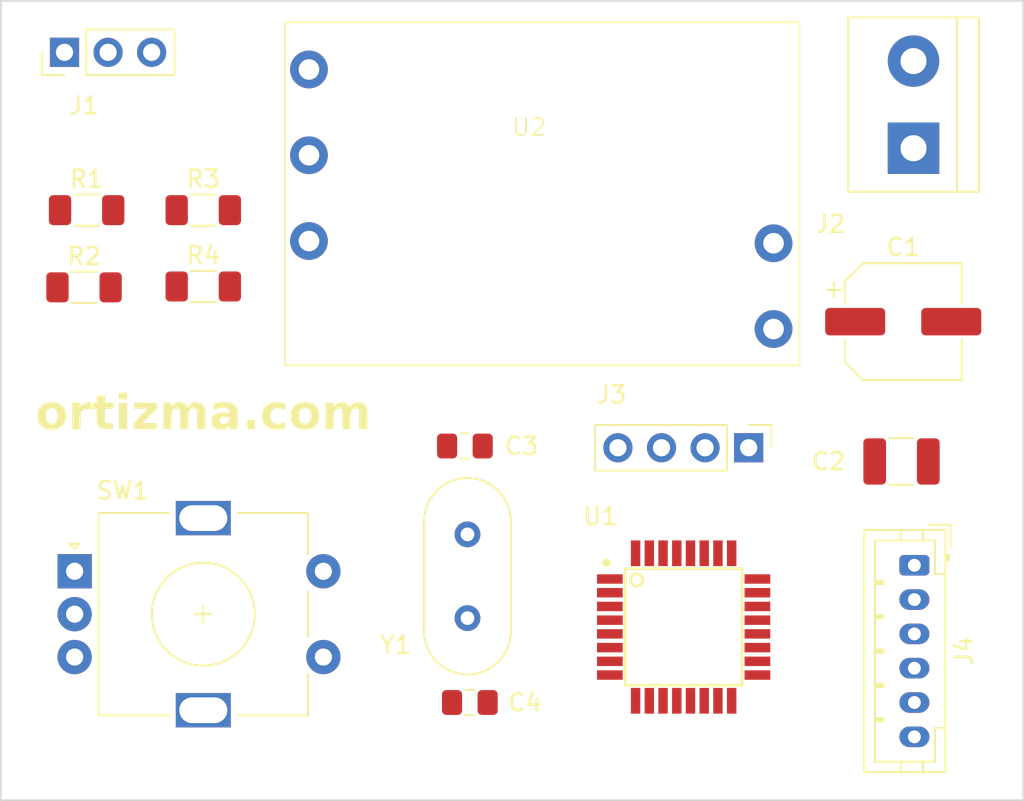
<source format=kicad_pcb>
(kicad_pcb (version 20221018) (generator pcbnew)
  (layers (0 "F.Cu" signal) (31 "B.Cu" signal) (34 "B.Paste" user) (35 "F.Paste" user) (36 "B.SilkS" user "B.Silkscreen") (37 "F.SilkS" user "F.Silkscreen") (38 "B.Mask" user) (39 "F.Mask" user) (44 "Edge.Cuts" user))
  (net 0 "")
  (net 1 "Net-(J2-AC_P)")
  (net 2 "Net-(J2-AC_N)")
  (net 3 "/PD3")
  (net 4 "/PD4")
  (net 5 "GND")
  (net 6 "/PD5")
  (net 7 "/RESET")
  (net 8 "+5V")
  (net 9 "Net-(U1-PB7)")
  (net 10 "Net-(U1-PB6)")
  (net 11 "VCC")
  (net 12 "/TX")
  (net 13 "/RX")
  (net 14 "/SCK")
  (net 15 "/MISO")
  (net 16 "/MOSI")
  (net 17 "/PD2")
  (footprint "Resistor_SMD:R_1206_3216Metric_Pad1.30x1.75mm_HandSolder" (layer "F.Cu") (at 96.1 54.8)
    (fp_text reference "R4" (at 0 -1.82) (layer "F.SilkS"))
    (fp_text value "10K" hide)
    (fp_line (start -0.727064 -0.91) (end 0.727064 -0.91) (stroke (width 0.12)) (layer "F.SilkS"))
    (fp_line (start -0.727064 0.91) (end 0.727064 0.91) (stroke (width 0.12)) (layer "F.SilkS"))
    (pad "1" smd roundrect (at -1.55 0) (size 1.3 1.75) (layers "F.Cu" "F.Paste" "F.Mask") (roundrect_rratio 0.192308) (net 8 "+5V"))
    (pad "2" smd roundrect (at 1.55 0) (size 1.3 1.75) (layers "F.Cu" "F.Paste" "F.Mask") (roundrect_rratio 0.192308) (net 6 "/PD5"))
  )
  (footprint "Connector_PinHeader_2.54mm:PinHeader_1x04_P2.54mm_Vertical" (layer "F.Cu") (at 127.89 64.2 -90)
    (fp_text reference "J3" (at -3.1 7.99 -180) (layer "F.SilkS"))
    (fp_text value "SERIAL")
    (fp_line (start -1.33 -1.33) (end 0 -1.33) (stroke (width 0.12)) (layer "F.SilkS"))
    (fp_line (start -1.33 0) (end -1.33 -1.33) (stroke (width 0.12)) (layer "F.SilkS"))
    (fp_line (start -1.33 1.27) (end -1.33 8.95) (stroke (width 0.12)) (layer "F.SilkS"))
    (fp_line (start -1.33 1.27) (end 1.33 1.27) (stroke (width 0.12)) (layer "F.SilkS"))
    (fp_line (start -1.33 8.95) (end 1.33 8.95) (stroke (width 0.12)) (layer "F.SilkS"))
    (fp_line (start 1.33 1.27) (end 1.33 8.95) (stroke (width 0.12)) (layer "F.SilkS"))
    (pad "1" thru_hole rect (at 0 0 270) (size 1.7 1.7) (drill 1) (layers "*.Cu" "*.Mask") (net 11 "VCC"))
    (pad "2" thru_hole oval (at 0 2.54 270) (size 1.7 1.7) (drill 1) (layers "*.Cu" "*.Mask") (net 5 "GND"))
    (pad "3" thru_hole oval (at 0 5.08 270) (size 1.7 1.7) (drill 1) (layers "*.Cu" "*.Mask") (net 12 "/TX"))
    (pad "4" thru_hole oval (at 0 7.62 270) (size 1.7 1.7) (drill 1) (layers "*.Cu" "*.Mask") (net 13 "/RX"))
  )
  (footprint "Resistor_SMD:R_1206_3216Metric_Pad1.30x1.75mm_HandSolder" (layer "F.Cu") (at 89.3 50.35)
    (fp_text reference "R1" (at 0 -1.82) (layer "F.SilkS"))
    (fp_text value "10K" hide)
    (fp_line (start -0.727064 -0.91) (end 0.727064 -0.91) (stroke (width 0.12)) (layer "F.SilkS"))
    (fp_line (start -0.727064 0.91) (end 0.727064 0.91) (stroke (width 0.12)) (layer "F.SilkS"))
    (pad "1" smd roundrect (at -1.55 0) (size 1.3 1.75) (layers "F.Cu" "F.Paste" "F.Mask") (roundrect_rratio 0.192308) (net 7 "/RESET"))
    (pad "2" smd roundrect (at 1.55 0) (size 1.3 1.75) (layers "F.Cu" "F.Paste" "F.Mask") (roundrect_rratio 0.192308) (net 8 "+5V"))
  )
  (footprint "Capacitor_SMD:CP_Elec_6.3x4.9" (layer "F.Cu") (at 136.9 56.85)
    (fp_text reference "C1" (at 0 -4.35) (layer "F.SilkS"))
    (fp_text value "10uF")
    (fp_line (start -4.4375 -1.8475) (end -3.65 -1.8475) (stroke (width 0.12)) (layer "F.SilkS"))
    (fp_line (start -4.04375 -2.24125) (end -4.04375 -1.45375) (stroke (width 0.12)) (layer "F.SilkS"))
    (fp_line (start -3.41 -2.345563) (end -3.41 -1.06) (stroke (width 0.12)) (layer "F.SilkS"))
    (fp_line (start -3.41 -2.345563) (end -2.345563 -3.41) (stroke (width 0.12)) (layer "F.SilkS"))
    (fp_line (start -3.41 2.345563) (end -3.41 1.06) (stroke (width 0.12)) (layer "F.SilkS"))
    (fp_line (start -3.41 2.345563) (end -2.345563 3.41) (stroke (width 0.12)) (layer "F.SilkS"))
    (fp_line (start -2.345563 -3.41) (end 3.41 -3.41) (stroke (width 0.12)) (layer "F.SilkS"))
    (fp_line (start -2.345563 3.41) (end 3.41 3.41) (stroke (width 0.12)) (layer "F.SilkS"))
    (fp_line (start 3.41 -3.41) (end 3.41 -1.06) (stroke (width 0.12)) (layer "F.SilkS"))
    (fp_line (start 3.41 3.41) (end 3.41 1.06) (stroke (width 0.12)) (layer "F.SilkS"))
    (pad "1" smd roundrect (at -2.8 0) (size 3.5 1.6) (layers "F.Cu" "F.Paste" "F.Mask") (roundrect_rratio 0.15625) (net 8 "+5V"))
    (pad "2" smd roundrect (at 2.8 0) (size 3.5 1.6) (layers "F.Cu" "F.Paste" "F.Mask") (roundrect_rratio 0.15625) (net 5 "GND"))
  )
  (footprint "Resistor_SMD:R_1206_3216Metric_Pad1.30x1.75mm_HandSolder" (layer "F.Cu") (at 96.1 50.35)
    (fp_text reference "R3" (at 0 -1.82) (layer "F.SilkS"))
    (fp_text value "10K" hide)
    (fp_line (start -0.727064 -0.91) (end 0.727064 -0.91) (stroke (width 0.12)) (layer "F.SilkS"))
    (fp_line (start -0.727064 0.91) (end 0.727064 0.91) (stroke (width 0.12)) (layer "F.SilkS"))
    (pad "1" smd roundrect (at -1.55 0) (size 1.3 1.75) (layers "F.Cu" "F.Paste" "F.Mask") (roundrect_rratio 0.192308) (net 3 "/PD3"))
    (pad "2" smd roundrect (at 1.55 0) (size 1.3 1.75) (layers "F.Cu" "F.Paste" "F.Mask") (roundrect_rratio 0.192308) (net 8 "+5V"))
  )
  (footprint "AA_Footprints:Atmega328p-TQFP" (layer "F.Cu") (at 124.1 74.65)
    (fp_text reference "U1" (at -4.85 -6.45) (layer "F.SilkS"))
    (fp_text value "ATMEGA328P-AU")
    (fp_line (start -3.4 -3.4) (end 3.4 -3.4) (stroke (width 0.1524)) (layer "F.SilkS"))
    (fp_line (start -3.4 3.4) (end -3.4 -3.4) (stroke (width 0.1524)) (layer "F.SilkS"))
    (fp_line (start 3.4 -3.4) (end 3.4 3.4) (stroke (width 0.1524)) (layer "F.SilkS"))
    (fp_line (start 3.4 3.4) (end -3.4 3.4) (stroke (width 0.1524)) (layer "F.SilkS"))
    (fp_circle (center -4.5 -3.75) (end -4.246 -3.75) (fill solid) (layer "F.SilkS"))
    (fp_circle (center -2.7432 -2.7432) (end -2.384 -2.7432) (stroke (width 0.1524)) (fill none) (layer "F.SilkS"))
    (pad "1" smd rect (at -4.3 -2.8) (size 1.5 0.55) (layers "F.Cu" "F.Paste" "F.Mask") (net 3 "/PD3"))
    (pad "2" smd rect (at -4.3 -2) (size 1.5 0.55) (layers "F.Cu" "F.Paste" "F.Mask") (net 4 "/PD4"))
    (pad "3" smd rect (at -4.3 -1.2) (size 1.5 0.55) (layers "F.Cu" "F.Paste" "F.Mask") (net 5 "GND"))
    (pad "4" smd rect (at -4.3 -0.4) (size 1.5 0.55) (layers "F.Cu" "F.Paste" "F.Mask") (net 8 "+5V"))
    (pad "5" smd rect (at -4.3 0.4) (size 1.5 0.55) (layers "F.Cu" "F.Paste" "F.Mask") (net 5 "GND"))
    (pad "6" smd rect (at -4.3 1.2) (size 1.5 0.55) (layers "F.Cu" "F.Paste" "F.Mask") (net 8 "+5V"))
    (pad "7" smd rect (at -4.3 2) (size 1.5 0.55) (layers "F.Cu" "F.Paste" "F.Mask") (net 10 "Net-(U1-PB6)"))
    (pad "8" smd rect (at -4.3 2.8) (size 1.5 0.55) (layers "F.Cu" "F.Paste" "F.Mask") (net 9 "Net-(U1-PB7)"))
    (pad "9" smd rect (at -2.8 4.3) (size 0.55 1.5) (layers "F.Cu" "F.Paste" "F.Mask") (net 6 "/PD5"))
    (pad "10" smd rect (at -2 4.3) (size 0.55 1.5) (layers "F.Cu" "F.Paste" "F.Mask"))
    (pad "11" smd rect (at -1.2 4.3) (size 0.55 1.5) (layers "F.Cu" "F.Paste" "F.Mask"))
    (pad "12" smd rect (at -0.4 4.3) (size 0.55 1.5) (layers "F.Cu" "F.Paste" "F.Mask"))
    (pad "13" smd rect (at 0.4 4.3) (size 0.55 1.5) (layers "F.Cu" "F.Paste" "F.Mask"))
    (pad "14" smd rect (at 1.2 4.3) (size 0.55 1.5) (layers "F.Cu" "F.Paste" "F.Mask"))
    (pad "15" smd rect (at 2 4.3) (size 0.55 1.5) (layers "F.Cu" "F.Paste" "F.Mask") (net 16 "/MOSI"))
    (pad "16" smd rect (at 2.8 4.3) (size 0.55 1.5) (layers "F.Cu" "F.Paste" "F.Mask") (net 15 "/MISO"))
    (pad "17" smd rect (at 4.3 2.8) (size 1.5 0.55) (layers "F.Cu" "F.Paste" "F.Mask") (net 14 "/SCK"))
    (pad "18" smd rect (at 4.3 2) (size 1.5 0.55) (layers "F.Cu" "F.Paste" "F.Mask") (net 8 "+5V"))
    (pad "19" smd rect (at 4.3 1.2) (size 1.5 0.55) (layers "F.Cu" "F.Paste" "F.Mask"))
    (pad "20" smd rect (at 4.3 0.4) (size 1.5 0.55) (layers "F.Cu" "F.Paste" "F.Mask"))
    (pad "21" smd rect (at 4.3 -0.4) (size 1.5 0.55) (layers "F.Cu" "F.Paste" "F.Mask") (net 5 "GND"))
    (pad "22" smd rect (at 4.3 -1.2) (size 1.5 0.55) (layers "F.Cu" "F.Paste" "F.Mask"))
    (pad "23" smd rect (at 4.3 -2) (size 1.5 0.55) (layers "F.Cu" "F.Paste" "F.Mask"))
    (pad "24" smd rect (at 4.3 -2.8) (size 1.5 0.55) (layers "F.Cu" "F.Paste" "F.Mask"))
    (pad "25" smd rect (at 2.8 -4.3) (size 0.55 1.5) (layers "F.Cu" "F.Paste" "F.Mask"))
    (pad "26" smd rect (at 2 -4.3) (size 0.55 1.5) (layers "F.Cu" "F.Paste" "F.Mask"))
    (pad "27" smd rect (at 1.2 -4.3) (size 0.55 1.5) (layers "F.Cu" "F.Paste" "F.Mask"))
    (pad "28" smd rect (at 0.4 -4.3) (size 0.55 1.5) (layers "F.Cu" "F.Paste" "F.Mask"))
    (pad "29" smd rect (at -0.4 -4.3) (size 0.55 1.5) (layers "F.Cu" "F.Paste" "F.Mask") (net 7 "/RESET"))
    (pad "30" smd rect (at -1.2 -4.3) (size 0.55 1.5) (layers "F.Cu" "F.Paste" "F.Mask") (net 12 "/TX"))
    (pad "31" smd rect (at -2 -4.3) (size 0.55 1.5) (layers "F.Cu" "F.Paste" "F.Mask") (net 13 "/RX"))
    (pad "32" smd rect (at -2.8 -4.3) (size 0.55 1.5) (layers "F.Cu" "F.Paste" "F.Mask") (net 17 "/PD2"))
  )
  (footprint "AA_Footprints:RotaryEncoder_Alps_EC11E-Switch_Vertical_H20mm" (layer "F.Cu") (at 88.6 71.4)
    (fp_text reference "SW1" (at 2.8 -4.7) (layer "F.SilkS"))
    (fp_text value "RotaryEncoder_Switch")
    (fp_line (start -0.3 -1.6) (end 0.3 -1.6) (stroke (width 0.12)) (layer "F.SilkS"))
    (fp_line (start 0 -1.3) (end -0.3 -1.6) (stroke (width 0.12)) (layer "F.SilkS"))
    (fp_line (start 0.3 -1.6) (end 0 -1.3) (stroke (width 0.12)) (layer "F.SilkS"))
    (fp_line (start 1.4 -3.4) (end 1.4 8.4) (stroke (width 0.12)) (layer "F.SilkS"))
    (fp_line (start 5.5 -3.4) (end 1.4 -3.4) (stroke (width 0.12)) (layer "F.SilkS"))
    (fp_line (start 5.5 8.4) (end 1.4 8.4) (stroke (width 0.12)) (layer "F.SilkS"))
    (fp_line (start 7 2.5) (end 8 2.5) (stroke (width 0.12)) (layer "F.SilkS"))
    (fp_line (start 7.5 2) (end 7.5 3) (stroke (width 0.12)) (layer "F.SilkS"))
    (fp_line (start 9.5 -3.4) (end 13.6 -3.4) (stroke (width 0.12)) (layer "F.SilkS"))
    (fp_line (start 13.6 -3.4) (end 13.6 -1) (stroke (width 0.12)) (layer "F.SilkS"))
    (fp_line (start 13.6 1.2) (end 13.6 3.8) (stroke (width 0.12)) (layer "F.SilkS"))
    (fp_line (start 13.6 6) (end 13.6 8.4) (stroke (width 0.12)) (layer "F.SilkS"))
    (fp_line (start 13.6 8.4) (end 9.5 8.4) (stroke (width 0.12)) (layer "F.SilkS"))
    (fp_circle (center 7.5 2.5) (end 10.5 2.5) (stroke (width 0.12)) (fill none) (layer "F.SilkS"))
    (pad "A" thru_hole rect (at 0 0) (size 2 2) (drill 1) (layers "*.Cu" "*.Mask") (net 3 "/PD3"))
    (pad "B" thru_hole circle (at 0 5) (size 2 2) (drill 1) (layers "*.Cu" "*.Mask") (net 4 "/PD4"))
    (pad "C" thru_hole circle (at 0 2.5) (size 2 2) (drill 1) (layers "*.Cu" "*.Mask") (net 5 "GND"))
    (pad "MP" thru_hole rect (at 7.5 -3.1) (size 3.2 2) (drill oval 2.8 1.5) (layers "*.Cu" "*.Mask"))
    (pad "MP" thru_hole rect (at 7.5 8.1) (size 3.2 2) (drill oval 2.8 1.5) (layers "*.Cu" "*.Mask"))
    (pad "S1" thru_hole circle (at 14.5 5) (size 2 2) (drill 1) (layers "*.Cu" "*.Mask") (net 5 "GND"))
    (pad "S2" thru_hole circle (at 14.5 0) (size 2 2) (drill 1) (layers "*.Cu" "*.Mask") (net 6 "/PD5"))
  )
  (footprint "Connector_JST:JST_PH_B6B-PH-K_1x06_P2.00mm_Vertical" (layer "F.Cu") (at 137.55 71.05 -90)
    (fp_text reference "J4" (at 5 -2.9 90) (layer "F.SilkS"))
    (fp_text value "ICSP")
    (fp_line (start -2.36 -2.11) (end -2.36 -0.86) (stroke (width 0.12)) (layer "F.SilkS"))
    (fp_line (start -2.06 -1.81) (end -2.06 2.91) (stroke (width 0.12)) (layer "F.SilkS"))
    (fp_line (start -2.06 -0.5) (end -1.45 -0.5) (stroke (width 0.12)) (layer "F.SilkS"))
    (fp_line (start -2.06 0.8) (end -1.45 0.8) (stroke (width 0.12)) (layer "F.SilkS"))
    (fp_line (start -2.06 2.91) (end 12.06 2.91) (stroke (width 0.12)) (layer "F.SilkS"))
    (fp_line (start -1.45 -1.2) (end -1.45 2.3) (stroke (width 0.12)) (layer "F.SilkS"))
    (fp_line (start -1.45 2.3) (end 11.45 2.3) (stroke (width 0.12)) (layer "F.SilkS"))
    (fp_line (start -1.11 -2.11) (end -2.36 -2.11) (stroke (width 0.12)) (layer "F.SilkS"))
    (fp_line (start -0.6 -2.01) (end -0.6 -1.81) (stroke (width 0.12)) (layer "F.SilkS"))
    (fp_line (start -0.3 -2.01) (end -0.6 -2.01) (stroke (width 0.12)) (layer "F.SilkS"))
    (fp_line (start -0.3 -1.91) (end -0.6 -1.91) (stroke (width 0.12)) (layer "F.SilkS"))
    (fp_line (start -0.3 -1.81) (end -0.3 -2.01) (stroke (width 0.12)) (layer "F.SilkS"))
    (fp_line (start 0.5 -1.81) (end 0.5 -1.2) (stroke (width 0.12)) (layer "F.SilkS"))
    (fp_line (start 0.5 -1.2) (end -1.45 -1.2) (stroke (width 0.12)) (layer "F.SilkS"))
    (fp_line (start 0.9 1.8) (end 1.1 1.8) (stroke (width 0.12)) (layer "F.SilkS"))
    (fp_line (start 0.9 2.3) (end 0.9 1.8) (stroke (width 0.12)) (layer "F.SilkS"))
    (fp_line (start 1 2.3) (end 1 1.8) (stroke (width 0.12)) (layer "F.SilkS"))
    (fp_line (start 1.1 1.8) (end 1.1 2.3) (stroke (width 0.12)) (layer "F.SilkS"))
    (fp_line (start 2.9 1.8) (end 3.1 1.8) (stroke (width 0.12)) (layer "F.SilkS"))
    (fp_line (start 2.9 2.3) (end 2.9 1.8) (stroke (width 0.12)) (layer "F.SilkS"))
    (fp_line (start 3 2.3) (end 3 1.8) (stroke (width 0.12)) (layer "F.SilkS"))
    (fp_line (start 3.1 1.8) (end 3.1 2.3) (stroke (width 0.12)) (layer "F.SilkS"))
    (fp_line (start 4.9 1.8) (end 5.1 1.8) (stroke (width 0.12)) (layer "F.SilkS"))
    (fp_line (start 4.9 2.3) (end 4.9 1.8) (stroke (width 0.12)) (layer "F.SilkS"))
    (fp_line (start 5 2.3) (end 5 1.8) (stroke (width 0.12)) (layer "F.SilkS"))
    (fp_line (start 5.1 1.8) (end 5.1 2.3) (stroke (width 0.12)) (layer "F.SilkS"))
    (fp_line (start 6.9 1.8) (end 7.1 1.8) (stroke (width 0.12)) (layer "F.SilkS"))
    (fp_line (start 6.9 2.3) (end 6.9 1.8) (stroke (width 0.12)) (layer "F.SilkS"))
    (fp_line (start 7 2.3) (end 7 1.8) (stroke (width 0.12)) (layer "F.SilkS"))
    (fp_line (start 7.1 1.8) (end 7.1 2.3) (stroke (width 0.12)) (layer "F.SilkS"))
    (fp_line (start 8.9 1.8) (end 9.1 1.8) (stroke (width 0.12)) (layer "F.SilkS"))
    (fp_line (start 8.9 2.3) (end 8.9 1.8) (stroke (width 0.12)) (layer "F.SilkS"))
    (fp_line (start 9 2.3) (end 9 1.8) (stroke (width 0.12)) (layer "F.SilkS"))
    (fp_line (start 9.1 1.8) (end 9.1 2.3) (stroke (width 0.12)) (layer "F.SilkS"))
    (fp_line (start 9.5 -1.2) (end 9.5 -1.81) (stroke (width 0.12)) (layer "F.SilkS"))
    (fp_line (start 11.45 -1.2) (end 9.5 -1.2) (stroke (width 0.12)) (layer "F.SilkS"))
    (fp_line (start 11.45 2.3) (end 11.45 -1.2) (stroke (width 0.12)) (layer "F.SilkS"))
    (fp_line (start 12.06 -1.81) (end -2.06 -1.81) (stroke (width 0.12)) (layer "F.SilkS"))
    (fp_line (start 12.06 -0.5) (end 11.45 -0.5) (stroke (width 0.12)) (layer "F.SilkS"))
    (fp_line (start 12.06 0.8) (end 11.45 0.8) (stroke (width 0.12)) (layer "F.SilkS"))
    (fp_line (start 12.06 2.91) (end 12.06 -1.81) (stroke (width 0.12)) (layer "F.SilkS"))
    (pad "1" thru_hole roundrect (at 0 0 270) (size 1.2 1.75) (drill 0.75) (layers "*.Cu" "*.Mask") (roundrect_rratio 0.208333) (net 5 "GND"))
    (pad "2" thru_hole oval (at 2 0 270) (size 1.2 1.75) (drill 0.75) (layers "*.Cu" "*.Mask") (net 11 "VCC"))
    (pad "3" thru_hole oval (at 4 0 270) (size 1.2 1.75) (drill 0.75) (layers "*.Cu" "*.Mask") (net 7 "/RESET"))
    (pad "4" thru_hole oval (at 6 0 270) (size 1.2 1.75) (drill 0.75) (layers "*.Cu" "*.Mask") (net 14 "/SCK"))
    (pad "5" thru_hole oval (at 8 0 270) (size 1.2 1.75) (drill 0.75) (layers "*.Cu" "*.Mask") (net 15 "/MISO"))
    (pad "6" thru_hole oval (at 10 0 270) (size 1.2 1.75) (drill 0.75) (layers "*.Cu" "*.Mask") (net 16 "/MOSI"))
  )
  (footprint "Capacitor_SMD:C_0805_2012Metric_Pad1.18x1.45mm_HandSolder" (layer "F.Cu") (at 111.6375 79.05 180)
    (fp_text reference "C4" (at -3.2125 0) (layer "F.SilkS"))
    (fp_text value "22pF")
    (fp_line (start -0.261252 -0.735) (end 0.261252 -0.735) (stroke (width 0.12)) (layer "F.SilkS"))
    (fp_line (start -0.261252 0.735) (end 0.261252 0.735) (stroke (width 0.12)) (layer "F.SilkS"))
    (pad "1" smd roundrect (at -1.0375 0 180) (size 1.175 1.45) (layers "F.Cu" "F.Paste" "F.Mask") (roundrect_rratio 0.212766) (net 5 "GND"))
    (pad "2" smd roundrect (at 1.0375 0 180) (size 1.175 1.45) (layers "F.Cu" "F.Paste" "F.Mask") (roundrect_rratio 0.212766) (net 9 "Net-(U1-PB7)"))
  )
  (footprint "AA_Footprints:5V07" (layer "F.Cu") (at 115.41 49.56)
    (fp_text reference "U2" (at -0.31 -4.05 unlocked) (layer "F.SilkS") (effects (font (thickness 0.1))))
    (fp_text value "5V07 Transformer")
    (fp_rect (start -14.56 9.84) (end 15.44 -10.16) (stroke (width 0.1)) (fill none) (layer "F.SilkS"))
    (pad "1" thru_hole circle (at 13.93 7.72) (size 2.2 2.2) (drill 1.2) (layers "*.Cu" "*.Mask") (net 1 "Net-(J2-AC_P)"))
    (pad "2" thru_hole circle (at 13.93 2.72) (size 2.2 2.2) (drill 1.2) (layers "*.Cu" "*.Mask") (net 2 "Net-(J2-AC_N)"))
    (pad "3" thru_hole circle (at -13.15 2.59) (size 2.2 2.2) (drill 1.2) (layers "*.Cu" "*.Mask") (net 5 "GND"))
    (pad "4" thru_hole circle (at -13.15 -2.41) (size 2.2 2.2) (drill 1.2) (layers "*.Cu" "*.Mask"))
    (pad "5" thru_hole circle (at -13.15 -7.41) (size 2.2 2.2) (drill 1.2) (layers "*.Cu" "*.Mask") (net 8 "+5V"))
  )
  (footprint "Capacitor_SMD:C_1210_3225Metric_Pad1.33x2.70mm_HandSolder" (layer "F.Cu") (at 136.8 65)
    (fp_text reference "C2" (at -4.25 0) (layer "F.SilkS"))
    (fp_text value "100nF")
    (fp_line (start -0.711252 -1.36) (end 0.711252 -1.36) (stroke (width 0.12)) (layer "F.SilkS"))
    (fp_line (start -0.711252 1.36) (end 0.711252 1.36) (stroke (width 0.12)) (layer "F.SilkS"))
    (pad "1" smd roundrect (at -1.5625 0) (size 1.325 2.7) (layers "F.Cu" "F.Paste" "F.Mask") (roundrect_rratio 0.188679) (net 8 "+5V"))
    (pad "2" smd roundrect (at 1.5625 0) (size 1.325 2.7) (layers "F.Cu" "F.Paste" "F.Mask") (roundrect_rratio 0.188679) (net 5 "GND"))
  )
  (footprint "AA_Footprints:Terminal_KF128-2P" (layer "F.Cu") (at 137.5 46.74 90)
    (fp_text reference "J2" (at -4.41 -4.85 180) (layer "F.SilkS"))
    (fp_text value "AC")
    (fp_line (start -2.54 -3.81) (end -2.54 3.81) (stroke (width 0.12)) (layer "F.SilkS"))
    (fp_line (start -2.54 3.81) (end 7.62 3.81) (stroke (width 0.12)) (layer "F.SilkS"))
    (fp_line (start 7.62 -3.81) (end -2.54 -3.81) (stroke (width 0.12)) (layer "F.SilkS"))
    (fp_line (start 7.62 2.54) (end -2.54 2.54) (stroke (width 0.12)) (layer "F.SilkS"))
    (fp_line (start 7.62 3.81) (end 7.62 -3.81) (stroke (width 0.12)) (layer "F.SilkS"))
    (pad "1" thru_hole rect (at 0 0 90) (size 3 3) (drill 1.52) (layers "*.Cu" "*.Mask") (net 1 "Net-(J2-AC_P)"))
    (pad "2" thru_hole circle (at 5.08 0 90) (size 3 3) (drill 1.52) (layers "*.Cu" "*.Mask") (net 2 "Net-(J2-AC_N)"))
  )
  (footprint "AA_Footprints:RF ASK Emitter" (layer "F.Cu") (at 88.01 41.15 90)
    (fp_text reference "J1" (at -3.1 1.14 180) (layer "F.SilkS"))
    (fp_text value "RF_TX")
    (fp_line (start -1.33 -1.33) (end 0 -1.33) (stroke (width 0.12)) (layer "F.SilkS"))
    (fp_line (start -1.33 0) (end -1.33 -1.33) (stroke (width 0.12)) (layer "F.SilkS"))
    (fp_line (start -1.33 1.27) (end -1.33 6.41) (stroke (width 0.12)) (layer "F.SilkS"))
    (fp_line (start -1.33 1.27) (end 1.33 1.27) (stroke (width 0.12)) (layer "F.SilkS"))
    (fp_line (start -1.33 6.41) (end 1.33 6.41) (stroke (width 0.12)) (layer "F.SilkS"))
    (fp_line (start 1.33 1.27) (end 1.33 6.41) (stroke (width 0.12)) (layer "F.SilkS"))
    (pad "1" thru_hole rect (at 0 0 90) (size 1.7 1.7) (drill 1) (layers "*.Cu" "*.Mask") (net 5 "GND"))
    (pad "2" thru_hole oval (at 0 2.54 90) (size 1.7 1.7) (drill 1) (layers "*.Cu" "*.Mask") (net 8 "+5V"))
    (pad "3" thru_hole oval (at 0 5.08 90) (size 1.7 1.7) (drill 1) (layers "*.Cu" "*.Mask") (net 17 "/PD2"))
  )
  (footprint "Capacitor_SMD:C_0805_2012Metric_Pad1.18x1.45mm_HandSolder" (layer "F.Cu") (at 111.35 64.1 180)
    (fp_text reference "C3" (at -3.3 0) (layer "F.SilkS"))
    (fp_text value "22pF" hide)
    (fp_line (start -0.261252 -0.735) (end 0.261252 -0.735) (stroke (width 0.12)) (layer "F.SilkS"))
    (fp_line (start -0.261252 0.735) (end 0.261252 0.735) (stroke (width 0.12)) (layer "F.SilkS"))
    (pad "1" smd roundrect (at -1.0375 0 180) (size 1.175 1.45) (layers "F.Cu" "F.Paste" "F.Mask") (roundrect_rratio 0.212766) (net 5 "GND"))
    (pad "2" smd roundrect (at 1.0375 0 180) (size 1.175 1.45) (layers "F.Cu" "F.Paste" "F.Mask") (roundrect_rratio 0.212766) (net 10 "Net-(U1-PB6)"))
  )
  (footprint "Resistor_SMD:R_1206_3216Metric_Pad1.30x1.75mm_HandSolder" (layer "F.Cu") (at 89.15 54.85)
    (fp_text reference "R2" (at 0 -1.82) (layer "F.SilkS"))
    (fp_text value "10K" hide)
    (fp_line (start -0.727064 -0.91) (end 0.727064 -0.91) (stroke (width 0.12)) (layer "F.SilkS"))
    (fp_line (start -0.727064 0.91) (end 0.727064 0.91) (stroke (width 0.12)) (layer "F.SilkS"))
    (pad "1" smd roundrect (at -1.55 0) (size 1.3 1.75) (layers "F.Cu" "F.Paste" "F.Mask") (roundrect_rratio 0.192308) (net 4 "/PD4"))
    (pad "2" smd roundrect (at 1.55 0) (size 1.3 1.75) (layers "F.Cu" "F.Paste" "F.Mask") (roundrect_rratio 0.192308) (net 8 "+5V"))
  )
  (footprint "Crystal:Crystal_HC49-4H_Vertical" (layer "F.Cu") (at 111.5 74.13 90)
    (fp_text reference "Y1" (at -1.56 -4.2 180) (layer "F.SilkS"))
    (fp_text value "16MHz")
    (fp_line (start -0.76 -2.525) (end 5.64 -2.525) (stroke (width 0.12)) (layer "F.SilkS"))
    (fp_line (start -0.76 2.525) (end 5.64 2.525) (stroke (width 0.12)) (layer "F.SilkS"))
    (fp_arc (start -0.76 2.525) (mid -3.285 0) (end -0.76 -2.525) (stroke (width 0.12)) (layer "F.SilkS"))
    (fp_arc (start 5.64 -2.525) (mid 8.165 0) (end 5.64 2.525) (stroke (width 0.12)) (layer "F.SilkS"))
    (pad "1" thru_hole circle (at 0 0 90) (size 1.5 1.5) (drill 0.8) (layers "*.Cu" "*.Mask") (net 9 "Net-(U1-PB7)"))
    (pad "2" thru_hole circle (at 4.88 0 90) (size 1.5 1.5) (drill 0.8) (layers "*.Cu" "*.Mask") (net 10 "Net-(U1-PB6)"))
  )
  (gr_rect (start 84.3 38.15) (end 143.9 84.75) (stroke (width 0.1)) (fill none) (layer "Edge.Cuts"))
  (gr_text "ortizma.com" (at 86.3 63.45) (layer "F.SilkS") (effects (font (size 2 2) (thickness 0.3) bold) (justify left bottom)))
)
</source>
